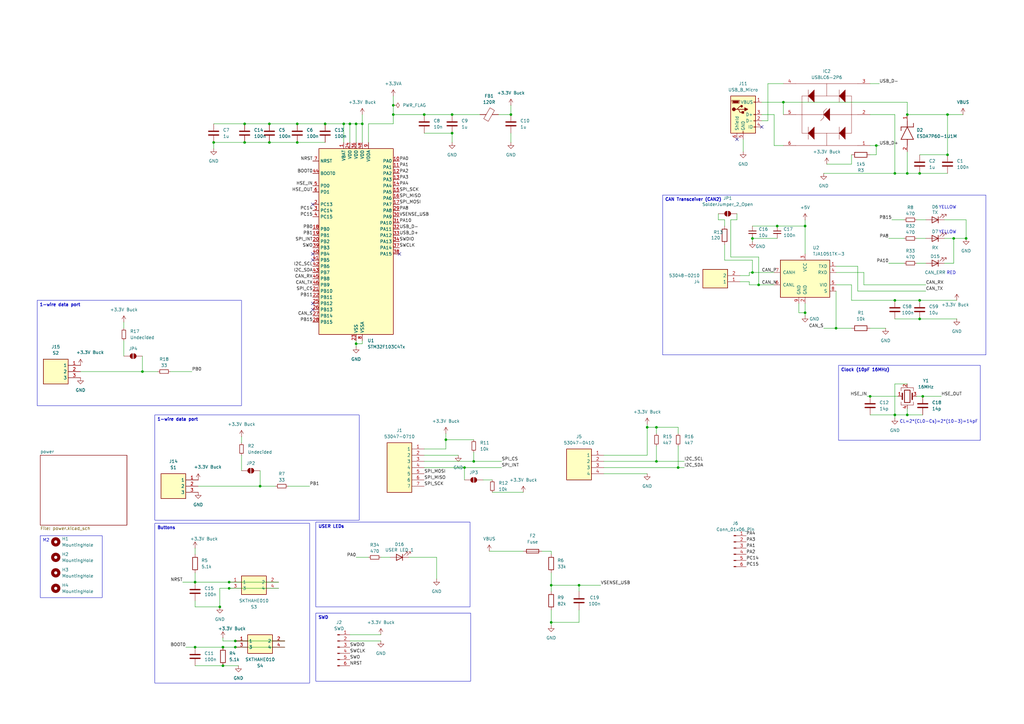
<source format=kicad_sch>
(kicad_sch (version 20250114) (generator "eeschema") (generator_version "9.0")
  (paper "A3")
  (text "RED" (at 390.144 112.014 0) (effects (font (size 1.27 1.27))))
  (text "YELLOW" (at 388.62 85.09 0) (effects (font (size 1.27 1.27))))
  (text "CL=2*(CL0-Cs)=2*(10-3)=14pF" (at 385.064 172.974 0) (effects (font (size 1.27 1.27))))
  (text "YELLOW" (at 388.62 95.25 0) (effects (font (size 1.27 1.27))))
  (text_box "CAN Transceiver (CAN2)" (at 271.78 80.01 0) (size 132.588 65.532) (margins 0.9525 0.9525 0.9525 0.9525) (effects (font (size 1.27 1.27) (thickness 0.254) (bold yes)) (justify left top)))
  (text_box "Buttons" (at 63.5 214.63 0) (size 63.5 65.532) (margins 0.9525 0.9525 0.9525 0.9525) (effects (font (size 1.27 1.27) (thickness 0.254) (bold yes)) (justify left top)))
  (text_box "USER LEDs" (at 129.54 214.122 0) (size 63.246 34.798) (margins 0.9525 0.9525 0.9525 0.9525) (effects (font (size 1.27 1.27) (thickness 0.254) (bold yes)) (justify left top)))
  (text_box "1-wire data port" (at 63.5 170.18 0) (size 83.82 43.18) (margins 0.9525 0.9525 0.9525 0.9525) (effects (font (size 1.27 1.27) (thickness 0.254) (bold yes)) (justify left top)))
  (text_box "Clock (10pF 16MHz)" (at 343.916 149.86 0) (size 58.166 30.734) (margins 0.9525 0.9525 0.9525 0.9525) (effects (font (size 1.27 1.27) (thickness 0.254) (bold yes)) (justify left top)))
  (text_box "SWD" (at 129.54 251.46 0) (size 63.5 27.94) (margins 0.9525 0.9525 0.9525 0.9525) (effects (font (size 1.27 1.27) (thickness 0.254) (bold yes)) (justify left top)))
  (text_box "1-wire data port" (at 15.24 123.19 0) (size 83.82 43.18) (margins 0.9525 0.9525 0.9525 0.9525) (effects (font (size 1.27 1.27) (thickness 0.254) (bold yes)) (justify left top)))
  (text_box "M2\n" (at 16.51 219.71 0) (size 25.4 25.4) (margins 0.9525 0.9525 0.9525 0.9525) (effects (font (size 1.27 1.27)) (justify left top)))
  (junction (at 110.49 58.42))
  (junction (at 318.77 92.71))
  (junction (at 91.44 265.43))
  (junction (at 367.03 71.12))
  (junction (at 388.62 46.99))
  (junction (at 87.63 58.42))
  (junction (at 91.44 273.05))
  (junction (at 100.33 50.8))
  (junction (at 148.59 50.8))
  (junction (at 182.88 180.34))
  (junction (at 308.61 97.79))
  (junction (at 143.51 50.8))
  (junction (at 185.42 46.99))
  (junction (at 372.11 170.18))
  (junction (at 396.24 97.79))
  (junction (at 173.99 46.99))
  (junction (at 110.49 50.8))
  (junction (at 80.01 238.76))
  (junction (at 388.62 63.5))
  (junction (at 269.24 189.23))
  (junction (at 378.46 162.56))
  (junction (at 356.87 162.56))
  (junction (at 194.31 189.23))
  (junction (at 226.06 255.27))
  (junction (at 106.68 199.39))
  (junction (at 330.2 92.71))
  (junction (at 80.01 265.43))
  (junction (at 93.98 241.3))
  (junction (at 185.42 54.61))
  (junction (at 367.03 170.18))
  (junction (at 342.9 134.62))
  (junction (at 330.2 128.27))
  (junction (at 372.11 71.12))
  (junction (at 367.03 123.19))
  (junction (at 58.42 152.4))
  (junction (at 93.98 238.76))
  (junction (at 377.19 130.81))
  (junction (at 359.41 59.69))
  (junction (at 121.92 58.42))
  (junction (at 190.5 191.77))
  (junction (at 146.05 140.97))
  (junction (at 161.29 46.99))
  (junction (at 311.15 116.84))
  (junction (at 372.11 46.99))
  (junction (at 278.13 191.77))
  (junction (at 209.55 46.99))
  (junction (at 146.05 50.8))
  (junction (at 100.33 58.42))
  (junction (at 377.19 71.12))
  (junction (at 96.52 262.89))
  (junction (at 96.52 265.43))
  (junction (at 161.29 43.18))
  (junction (at 269.24 175.26))
  (junction (at 140.97 50.8))
  (junction (at 237.49 240.03))
  (junction (at 308.61 111.76))
  (junction (at 377.19 123.19))
  (junction (at 226.06 240.03))
  (junction (at 391.16 97.79))
  (junction (at 90.17 248.92))
  (junction (at 321.31 41.91))
  (junction (at 133.35 50.8))
  (junction (at 265.43 175.26))
  (junction (at 121.92 50.8))
  (no_connect (at 128.27 106.68))
  (no_connect (at 312.42 52.07))
  (no_connect (at 128.27 127))
  (no_connect (at 163.83 104.14))
  (no_connect (at 128.27 124.46))
  (no_connect (at 302.26 57.15))
  (no_connect (at 128.27 104.14))
  (no_connect (at 128.27 83.82))
  (wire (pts (xy 146.05 140.97) (xy 146.05 142.24)))
  (wire (pts (xy 317.5 59.69) (xy 317.5 46.99)))
  (wire (pts (xy 114.3 241.3) (xy 93.98 241.3)))
  (wire (pts (xy 342.9 116.84) (xy 349.25 116.84)))
  (wire (pts (xy 367.03 71.12) (xy 367.03 46.99)))
  (wire (pts (xy 360.68 59.69) (xy 359.41 59.69)))
  (wire (pts (xy 299.72 90.17) (xy 299.72 105.41)))
  (wire (pts (xy 354.33 116.84) (xy 379.73 116.84)))
  (wire (pts (xy 280.67 191.77) (xy 278.13 191.77)))
  (wire (pts (xy 190.5 191.77) (xy 173.99 191.77)))
  (wire (pts (xy 278.13 177.8) (xy 278.13 175.26)))
  (wire (pts (xy 302.26 90.17) (xy 302.26 87.63)))
  (wire (pts (xy 359.41 63.5) (xy 356.87 63.5)))
  (wire (pts (xy 146.05 58.42) (xy 146.05 50.8)))
  (wire (pts (xy 317.5 46.99) (xy 312.42 46.99)))
  (wire (pts (xy 200.66 226.06) (xy 214.63 226.06)))
  (wire (pts (xy 161.29 39.37) (xy 161.29 43.18)))
  (wire (pts (xy 269.24 189.23) (xy 247.65 189.23)))
  (wire (pts (xy 99.06 179.07) (xy 99.06 181.61)))
  (wire (pts (xy 110.49 58.42) (xy 100.33 58.42)))
  (wire (pts (xy 327.66 128.27) (xy 330.2 128.27)))
  (wire (pts (xy 80.01 234.95) (xy 80.01 238.76)))
  (wire (pts (xy 342.9 111.76) (xy 354.33 111.76)))
  (wire (pts (xy 173.99 54.61) (xy 185.42 54.61)))
  (wire (pts (xy 161.29 50.8) (xy 161.29 46.99)))
  (wire (pts (xy 364.49 107.95) (xy 370.84 107.95)))
  (wire (pts (xy 372.11 41.91) (xy 372.11 46.99)))
  (wire (pts (xy 156.21 260.35) (xy 143.51 260.35)))
  (wire (pts (xy 269.24 175.26) (xy 265.43 175.26)))
  (wire (pts (xy 367.03 171.45) (xy 367.03 170.18)))
  (wire (pts (xy 237.49 240.03) (xy 237.49 242.57)))
  (wire (pts (xy 280.67 189.23) (xy 269.24 189.23)))
  (wire (pts (xy 388.62 46.99) (xy 372.11 46.99)))
  (wire (pts (xy 226.06 240.03) (xy 226.06 242.57)))
  (wire (pts (xy 80.01 248.92) (xy 90.17 248.92)))
  (wire (pts (xy 173.99 189.23) (xy 194.31 189.23)))
  (wire (pts (xy 312.42 49.53) (xy 314.96 49.53)))
  (wire (pts (xy 365.76 90.17) (xy 370.84 90.17)))
  (wire (pts (xy 76.2 265.43) (xy 80.01 265.43)))
  (wire (pts (xy 342.9 134.62) (xy 342.9 119.38)))
  (wire (pts (xy 80.01 238.76) (xy 93.98 238.76)))
  (wire (pts (xy 121.92 58.42) (xy 110.49 58.42)))
  (wire (pts (xy 269.24 182.88) (xy 269.24 189.23)))
  (wire (pts (xy 311.15 105.41) (xy 311.15 116.84)))
  (wire (pts (xy 237.49 240.03) (xy 226.06 240.03)))
  (wire (pts (xy 318.77 92.71) (xy 330.2 92.71)))
  (wire (pts (xy 237.49 255.27) (xy 226.06 255.27)))
  (wire (pts (xy 377.19 123.19) (xy 367.03 123.19)))
  (wire (pts (xy 307.34 116.84) (xy 307.34 115.57)))
  (wire (pts (xy 106.68 199.39) (xy 106.68 193.04)))
  (wire (pts (xy 330.2 90.17) (xy 330.2 92.71)))
  (wire (pts (xy 367.03 157.48) (xy 367.03 170.18)))
  (wire (pts (xy 391.16 97.79) (xy 396.24 97.79)))
  (wire (pts (xy 359.41 59.69) (xy 356.87 59.69)))
  (wire (pts (xy 78.74 152.4) (xy 69.85 152.4)))
  (wire (pts (xy 90.17 241.3) (xy 90.17 248.92)))
  (wire (pts (xy 173.99 184.15) (xy 182.88 184.15)))
  (wire (pts (xy 339.09 67.31) (xy 349.25 67.31)))
  (wire (pts (xy 265.43 186.69) (xy 247.65 186.69)))
  (wire (pts (xy 321.31 41.91) (xy 372.11 41.91)))
  (wire (pts (xy 367.03 71.12) (xy 337.82 71.12)))
  (wire (pts (xy 265.43 173.99) (xy 265.43 175.26)))
  (wire (pts (xy 307.34 111.76) (xy 307.34 113.03)))
  (wire (pts (xy 308.61 111.76) (xy 317.5 111.76)))
  (wire (pts (xy 226.06 250.19) (xy 226.06 255.27)))
  (wire (pts (xy 91.44 265.43) (xy 96.52 265.43)))
  (wire (pts (xy 307.34 111.76) (xy 308.61 111.76)))
  (wire (pts (xy 314.96 34.29) (xy 321.31 34.29)))
  (wire (pts (xy 351.79 119.38) (xy 351.79 109.22)))
  (wire (pts (xy 194.31 180.34) (xy 182.88 180.34)))
  (wire (pts (xy 196.85 46.99) (xy 185.42 46.99)))
  (wire (pts (xy 372.11 71.12) (xy 367.03 71.12)))
  (wire (pts (xy 354.33 116.84) (xy 354.33 111.76)))
  (wire (pts (xy 278.13 182.88) (xy 278.13 191.77)))
  (wire (pts (xy 321.31 59.69) (xy 317.5 59.69)))
  (wire (pts (xy 307.34 113.03) (xy 303.53 113.03)))
  (wire (pts (xy 110.49 50.8) (xy 100.33 50.8)))
  (wire (pts (xy 87.63 58.42) (xy 87.63 60.96)))
  (wire (pts (xy 349.25 123.19) (xy 367.03 123.19)))
  (wire (pts (xy 337.82 134.62) (xy 342.9 134.62)))
  (wire (pts (xy 359.41 59.69) (xy 359.41 63.5)))
  (wire (pts (xy 297.18 106.68) (xy 308.61 106.68)))
  (wire (pts (xy 140.97 58.42) (xy 140.97 50.8)))
  (wire (pts (xy 297.18 100.33) (xy 297.18 106.68)))
  (wire (pts (xy 394.97 46.99) (xy 388.62 46.99)))
  (wire (pts (xy 269.24 177.8) (xy 269.24 175.26)))
  (wire (pts (xy 364.49 97.79) (xy 370.84 97.79)))
  (wire (pts (xy 140.97 50.8) (xy 133.35 50.8)))
  (wire (pts (xy 209.55 43.18) (xy 209.55 46.99)))
  (wire (pts (xy 90.17 241.3) (xy 93.98 241.3)))
  (wire (pts (xy 80.01 265.43) (xy 91.44 265.43)))
  (wire (pts (xy 375.92 107.95) (xy 379.73 107.95)))
  (wire (pts (xy 148.59 46.99) (xy 148.59 50.8)))
  (wire (pts (xy 308.61 97.79) (xy 318.77 97.79)))
  (wire (pts (xy 179.07 228.6) (xy 179.07 237.49)))
  (wire (pts (xy 304.8 57.15) (xy 304.8 62.23)))
  (wire (pts (xy 151.13 58.42) (xy 151.13 50.8)))
  (wire (pts (xy 198.12 196.85) (xy 201.93 196.85)))
  (wire (pts (xy 194.31 189.23) (xy 205.74 189.23)))
  (wire (pts (xy 33.02 152.4) (xy 58.42 152.4)))
  (wire (pts (xy 351.79 109.22) (xy 342.9 109.22)))
  (wire (pts (xy 387.35 90.17) (xy 396.24 90.17)))
  (wire (pts (xy 100.33 58.42) (xy 87.63 58.42)))
  (wire (pts (xy 312.42 41.91) (xy 321.31 41.91)))
  (wire (pts (xy 173.99 46.99) (xy 161.29 46.99)))
  (wire (pts (xy 205.74 191.77) (xy 190.5 191.77)))
  (wire (pts (xy 74.93 238.76) (xy 80.01 238.76)))
  (wire (pts (xy 307.34 115.57) (xy 303.53 115.57)))
  (wire (pts (xy 308.61 97.79) (xy 308.61 99.06)))
  (wire (pts (xy 311.15 116.84) (xy 317.5 116.84)))
  (wire (pts (xy 392.43 123.19) (xy 377.19 123.19)))
  (wire (pts (xy 148.59 50.8) (xy 148.59 58.42)))
  (wire (pts (xy 308.61 106.68) (xy 308.61 111.76)))
  (wire (pts (xy 133.35 50.8) (xy 121.92 50.8)))
  (wire (pts (xy 143.51 50.8) (xy 140.97 50.8)))
  (wire (pts (xy 50.8 132.08) (xy 50.8 134.62)))
  (wire (pts (xy 372.11 62.23) (xy 372.11 71.12)))
  (wire (pts (xy 97.79 273.05) (xy 91.44 273.05)))
  (wire (pts (xy 356.87 162.56) (xy 368.3 162.56)))
  (wire (pts (xy 392.43 130.81) (xy 377.19 130.81)))
  (wire (pts (xy 133.35 58.42) (xy 121.92 58.42)))
  (wire (pts (xy 377.19 130.81) (xy 367.03 130.81)))
  (wire (pts (xy 387.35 97.79) (xy 391.16 97.79)))
  (wire (pts (xy 237.49 250.19) (xy 237.49 255.27)))
  (wire (pts (xy 349.25 134.62) (xy 342.9 134.62)))
  (wire (pts (xy 185.42 46.99) (xy 173.99 46.99)))
  (wire (pts (xy 167.64 228.6) (xy 179.07 228.6)))
  (wire (pts (xy 307.34 116.84) (xy 311.15 116.84)))
  (wire (pts (xy 379.73 90.17) (xy 375.92 90.17)))
  (wire (pts (xy 121.92 50.8) (xy 110.49 50.8)))
  (wire (pts (xy 96.52 265.43) (xy 116.84 265.43)))
  (wire (pts (xy 201.93 201.93) (xy 214.63 201.93)))
  (wire (pts (xy 194.31 185.42) (xy 194.31 189.23)))
  (wire (pts (xy 246.38 240.03) (xy 237.49 240.03)))
  (wire (pts (xy 80.01 246.38) (xy 80.01 248.92)))
  (wire (pts (xy 351.79 119.38) (xy 379.73 119.38)))
  (wire (pts (xy 278.13 191.77) (xy 247.65 191.77)))
  (wire (pts (xy 372.11 170.18) (xy 372.11 167.64)))
  (wire (pts (xy 116.84 262.89) (xy 96.52 262.89)))
  (wire (pts (xy 388.62 71.12) (xy 377.19 71.12)))
  (wire (pts (xy 294.64 90.17) (xy 294.64 87.63)))
  (wire (pts (xy 190.5 191.77) (xy 190.5 196.85)))
  (wire (pts (xy 226.06 234.95) (xy 226.06 240.03)))
  (wire (pts (xy 182.88 180.34) (xy 182.88 177.8)))
  (wire (pts (xy 91.44 261.62) (xy 91.44 262.89)))
  (wire (pts (xy 100.33 50.8) (xy 87.63 50.8)))
  (wire (pts (xy 375.92 97.79) (xy 379.73 97.79)))
  (wire (pts (xy 113.03 199.39) (xy 106.68 199.39)))
  (wire (pts (xy 99.06 186.69) (xy 99.06 193.04)))
  (wire (pts (xy 50.8 139.7) (xy 50.8 146.05)))
  (wire (pts (xy 367.03 170.18) (xy 372.11 170.18)))
  (wire (pts (xy 58.42 152.4) (xy 58.42 146.05)))
  (wire (pts (xy 143.51 58.42) (xy 143.51 50.8)))
  (wire (pts (xy 299.72 105.41) (xy 311.15 105.41)))
  (wire (pts (xy 148.59 140.97) (xy 146.05 140.97)))
  (wire (pts (xy 278.13 175.26) (xy 269.24 175.26)))
  (wire (pts (xy 367.03 46.99) (xy 356.87 46.99)))
  (wire (pts (xy 91.44 262.89) (xy 96.52 262.89)))
  (wire (pts (xy 330.2 92.71) (xy 330.2 104.14)))
  (wire (pts (xy 349.25 116.84) (xy 349.25 123.19)))
  (wire (pts (xy 355.6 162.56) (xy 356.87 162.56)))
  (wire (pts (xy 378.46 170.18) (xy 372.11 170.18)))
  (wire (pts (xy 64.77 152.4) (xy 58.42 152.4)))
  (wire (pts (xy 372.11 157.48) (xy 367.03 157.48)))
  (wire (pts (xy 226.06 255.27) (xy 226.06 256.54)))
  (wire (pts (xy 80.01 224.79) (xy 80.01 227.33)))
  (wire (pts (xy 156.21 262.89) (xy 143.51 262.89)))
  (wire (pts (xy 114.3 238.76) (xy 93.98 238.76)))
  (wire (pts (xy 327.66 124.46) (xy 327.66 128.27)))
  (wire (pts (xy 377.19 71.12) (xy 372.11 71.12)))
  (wire (pts (xy 209.55 54.61) (xy 209.55 58.42)))
  (wire (pts (xy 321.31 41.91) (xy 321.31 46.99)))
  (wire (pts (xy 363.22 134.62) (xy 356.87 134.62)))
  (wire (pts (xy 265.43 194.31) (xy 247.65 194.31)))
  (wire (pts (xy 388.62 63.5) (xy 377.19 63.5)))
  (wire (pts (xy 387.35 107.95) (xy 391.16 107.95)))
  (wire (pts (xy 148.59 50.8) (xy 146.05 50.8)))
  (wire (pts (xy 146.05 139.7) (xy 146.05 140.97)))
  (wire (pts (xy 297.18 90.17) (xy 297.18 92.71)))
  (wire (pts (xy 81.28 199.39) (xy 106.68 199.39)))
  (wire (pts (xy 297.18 90.17) (xy 294.64 90.17)))
  (wire (pts (xy 91.44 273.05) (xy 80.01 273.05)))
  (wire (pts (xy 330.2 128.27) (xy 330.2 129.54)))
  (wire (pts (xy 173.99 186.69) (xy 187.96 186.69)))
  (wire (pts (xy 148.59 139.7) (xy 148.59 140.97)))
  (wire (pts (xy 182.88 184.15) (xy 182.88 180.34)))
  (wire (pts (xy 386.08 162.56) (xy 378.46 162.56)))
  (wire (pts (xy 391.16 107.95) (xy 391.16 97.79)))
  (wire (pts (xy 146.05 228.6) (xy 151.13 228.6)))
  (wire (pts (xy 185.42 58.42) (xy 185.42 54.61)))
  (wire (pts (xy 349.25 67.31) (xy 349.25 63.5)))
  (wire (pts (xy 356.87 170.18) (xy 367.03 170.18)))
  (wire (pts (xy 330.2 124.46) (xy 330.2 128.27)))
  (wire (pts (xy 360.68 34.29) (xy 356.87 34.29)))
  (wire (pts (xy 308.61 92.71) (xy 318.77 92.71)))
  (wire (pts (xy 314.96 34.29) (xy 314.96 49.53)))
  (wire (pts (xy 161.29 43.18) (xy 161.29 46.99)))
  (wire (pts (xy 156.21 228.6) (xy 160.02 228.6)))
  (wire (pts (xy 396.24 90.17) (xy 396.24 97.79)))
  (wire (pts (xy 151.13 50.8) (xy 161.29 50.8)))
  (wire (pts (xy 299.72 90.17) (xy 302.26 90.17)))
  (wire (pts (xy 146.05 50.8) (xy 143.51 50.8)))
  (wire (pts (xy 265.43 175.26) (xy 265.43 186.69)))
  (wire (pts (xy 388.62 63.5) (xy 388.62 46.99)))
  (wire (pts (xy 209.55 46.99) (xy 204.47 46.99)))
  (wire (pts (xy 226.06 226.06) (xy 222.25 226.06)))
  (wire (pts (xy 226.06 226.06) (xy 226.06 227.33)))
  (wire (pts (xy 378.46 162.56) (xy 375.92 162.56)))
  (wire (pts (xy 127 199.39) (xy 118.11 199.39)))
  (label "SPI_MISO" (at 173.99 196.85 0))
  (label "VSENSE_USB" (at 163.83 88.9 0) (effects (font (thickness 0.1588))))
  (label "SPI_CS" (at 128.27 119.38 180))
  (label "HSE_IN" (at 128.27 76.2 180))
  (label "PA8" (at 163.83 86.36 0))
  (label "PA3" (at 306.07 222.25 0))
  (label "CAN_TX" (at 128.27 116.84 180))
  (label "HSE_OUT" (at 128.27 78.74 180))
  (label "BOOT0" (at 76.2 265.43 180))
  (label "PA2" (at 306.07 227.33 0))
  (label "PB0" (at 78.74 152.4 0))
  (label "PA10" (at 163.83 91.44 0))
  (label "CAN_RX" (at 128.27 114.3 180))
  (label "I2C_SCL" (at 128.27 109.22 180))
  (label "VSENSE_USB" (at 246.38 240.03 0) (effects (font (thickness 0.1588))))
  (label "PA8" (at 364.49 97.79 180))
  (label "USB_D-" (at 163.83 93.98 0))
  (label "PC15" (at 128.27 88.9 180))
  (label "BOOT0" (at 128.27 71.12 180))
  (label "SPI_INT" (at 205.74 191.77 0))
  (label "CAN_S" (at 337.82 134.62 180))
  (label "PA4" (at 306.07 219.71 0))
  (label "PB11" (at 128.27 121.92 180))
  (label "PB1" (at 128.27 96.52 180))
  (label "SPI_SCK" (at 163.83 78.74 0))
  (label "I2C_SDA" (at 280.67 191.77 0))
  (label "CAN_P" (at 312.42 111.76 0))
  (label "PA0" (at 146.05 228.6 180))
  (label "SWO" (at 128.27 101.6 180))
  (label "SPI_MOSI" (at 163.83 83.82 0))
  (label "HSE_OUT" (at 386.08 162.56 0))
  (label "SWO" (at 143.51 270.51 0))
  (label "SPI_MISO" (at 163.83 81.28 0))
  (label "USB_D+" (at 360.68 59.69 0))
  (label "I2C_SDA" (at 128.27 111.76 180))
  (label "USB_D+" (at 163.83 96.52 0))
  (label "SPI_MOSI" (at 173.99 194.31 0))
  (label "NRST" (at 143.51 273.05 0))
  (label "PC14" (at 128.27 86.36 180))
  (label "PC14" (at 306.07 229.87 0))
  (label "CAN_RX" (at 379.73 116.84 0))
  (label "SWDIO" (at 143.51 265.43 0))
  (label "NRST" (at 74.93 238.76 180) (effects (font (thickness 0.1588))))
  (label "USB_D-" (at 360.68 34.29 0))
  (label "SWDIO" (at 163.83 99.06 0))
  (label "CAN_N" (at 312.42 116.84 0))
  (label "PA1" (at 163.83 68.58 0))
  (label "NRST" (at 128.27 66.04 180))
  (label "PA0" (at 163.83 66.04 0))
  (label "SPI_CS" (at 205.74 189.23 0))
  (label "HSE_IN" (at 355.6 162.56 180))
  (label "CAN_TX" (at 379.73 119.38 0))
  (label "SPI_SCK" (at 173.99 199.39 0))
  (label "PA4" (at 163.83 76.2 0))
  (label "PB0" (at 128.27 93.98 180))
  (label "PC15" (at 306.07 232.41 0))
  (label "CAN_S" (at 128.27 129.54 180))
  (label "PB15" (at 128.27 132.08 180))
  (label "PA1" (at 306.07 224.79 0))
  (label "PB15" (at 365.76 90.17 180))
  (label "SWCLK" (at 163.83 101.6 0))
  (label "I2C_SCL" (at 280.67 189.23 0))
  (label "PA3" (at 163.83 73.66 0))
  (label "SPI_INT" (at 128.27 99.06 180))
  (label "PA2" (at 163.83 71.12 0))
  (label "PA10" (at 364.49 107.95 180))
  (label "SWCLK" (at 143.51 267.97 0))
  (label "PB1" (at 127 199.39 0))
  (symbol (lib_id "Device:FerriteBead") (at 200.66 46.99 90) (unit 1)
    (property "Reference" "FB1" (at 200.6092 39.37 90))
    (property "Value" "120R" (at 200.6092 41.91 90))
    (property "Footprint" "Inductor_SMD:L_0805_2012Metric_Pad1.05x1.20mm_HandSolder" (effects (hide yes)))
    (property "Description" "Ferrite bead" (effects (hide yes)))
  )
  (symbol (lib_id "power:GND") (at 337.82 71.12 0) (unit 1)
    (property "Reference" "#PWR015" (effects (hide yes)))
    (property "Value" "GND" (at 337.82 76.2 0))
    (property "Description" "Power symbol creates a global label with name \"GND\" , ground" (effects (hide yes)))
  )
  (symbol (lib_id "Interface_CAN_LIN:TJA1051TK-3") (at 330.2 114.3 0) (mirror y) (unit 1)
    (property "Reference" "U2" (at 333.3181 101.6 0) (effects (justify right)))
    (property "Value" "TJA1051TK-3" (at 333.3181 104.14 0) (effects (justify right)))
    (property "Footprint" "Package_DFN_QFN:DFN-8-1EP_3x3mm_P0.65mm_EP1.55x2.4mm" (effects (hide yes)))
    (property "Datasheet" "http://www.nxp.com/docs/en/data-sheet/TJA1051.pdf" (effects (hide yes)))
    (property "Description" "High-Speed CAN Transceiver, separate VIO, silent mode, DFN-8" (effects (hide yes)))
  )
  (symbol (lib_id "Device:C") (at 173.99 50.8 0) (unit 1)
    (property "Reference" "C8" (at 177.8 49.5299 0) (effects (justify left)))
    (property "Value" "10n" (at 177.8 52.0699 0) (effects (justify left)))
    (property "Footprint" "Capacitor_SMD:C_0603_1608Metric_Pad1.08x0.95mm_HandSolder" (effects (hide yes)))
    (property "Description" "Unpolarized capacitor" (effects (hide yes)))
  )
  (symbol (lib_id "Device:C_Small") (at 308.61 95.25 0) (unit 1)
    (property "Reference" "C16" (at 311.15 93.98 0) (effects (justify left)))
    (property "Value" "10u" (at 311.15 96.5262 0) (effects (justify left)))
    (property "Footprint" "Capacitor_SMD:C_0805_2012Metric_Pad1.18x1.45mm_HandSolder" (effects (hide yes)))
    (property "Description" "Unpolarized capacitor, small symbol" (effects (hide yes)))
  )
  (symbol (lib_id "SamacSys_Parts:53047-0710") (at 173.99 199.39 180) (unit 1)
    (property "Reference" "J1" (at 163.83 176.53 0))
    (property "Value" "53047-0710" (at 163.83 179.07 0))
    (property "Footprint" "SamacSys_Parts:530470710" (effects (hide yes)))
    (property "Datasheet" "https://componentsearchengine.com/Datasheets/2/53047-0710.pdf" (effects (hide yes)))
    (property "Description" "Headers & Wire Housings VERTICAL HDR 7P" (effects (hide yes)))
    (property "Height" "4.4" (effects (hide yes)))
    (property "Mouser Part Number" "538-53047-0710" (effects (hide yes)))
    (property "Mouser Price/Stock" "https://www.mouser.co.uk/ProductDetail/Molex/53047-0710?qs=359VwiUTsp369M2ojInejw%3D%3D" (effects (hide yes)))
    (property "Manufacturer_Name" "Molex" (effects (hide yes)))
    (property "Manufacturer_Part_Number" "53047-0710" (effects (hide yes)))
  )
  (symbol (lib_id "Device:R") (at 80.01 231.14 180) (unit 1)
    (property "Reference" "R5" (at 82.55 229.8699 0) (effects (justify right)))
    (property "Value" "5.1k" (at 82.55 232.4099 0) (effects (justify right)))
    (property "Footprint" "Resistor_SMD:R_0603_1608Metric_Pad0.98x0.95mm_HandSolder" (effects (hide yes)))
    (property "Description" "Resistor" (effects (hide yes)))
  )
  (symbol (lib_id "power:GND") (at 156.21 262.89 0) (unit 1)
    (property "Reference" "#PWR022" (effects (hide yes)))
    (property "Value" "GND" (at 156.21 267.97 0))
    (property "Description" "Power symbol creates a global label with name \"GND\" , ground" (effects (hide yes)))
  )
  (symbol (lib_id "SamacSys_Parts:SKTHAHE010") (at 96.52 265.43 0) (mirror x) (unit 1)
    (property "Reference" "S4" (at 106.68 273.05 0))
    (property "Value" "SKTHAHE010" (at 106.68 270.51 0))
    (property "Footprint" "SamacSys_Parts:SKTHAHE010" (effects (hide yes)))
    (property "Datasheet" "https://tech.alpsalpine.com/e/products/detail/SKTHAHE010/" (effects (hide yes)))
    (property "Description" "Tactile Switches H 1.8mm, 3.0N" (effects (hide yes)))
    (property "Height" "2" (effects (hide yes)))
    (property "Mouser Part Number" "688-SKTHAHE010" (effects (hide yes)))
    (property "Mouser Price/Stock" "https://www.mouser.co.uk/ProductDetail/Alps-Alpine/SKTHAHE010?qs=T3oQrply3y8NYoSxPHM%252Buw%3D%3D" (effects (hide yes)))
    (property "Manufacturer_Name" "ALPS Electric" (effects (hide yes)))
    (property "Manufacturer_Part_Number" "SKTHAHE010" (effects (hide yes)))
  )
  (symbol (lib_id "power:+3.3V") (at 392.43 123.19 0) (unit 1)
    (property "Reference" "#PWR037" (effects (hide yes)))
    (property "Value" "+3.3V Buck" (at 386.08 124.968 0) (effects (justify left)))
    (property "Description" "Power symbol creates a global label with name \"+3.3V\"" (effects (hide yes)))
  )
  (symbol (lib_id "power:+3.3V") (at 339.09 67.31 0) (unit 1)
    (property "Reference" "#PWR016" (effects (hide yes)))
    (property "Value" "+3.3V Buck" (at 339.09 62.23 0))
    (property "Description" "Power symbol creates a global label with name \"+3.3V\"" (effects (hide yes)))
  )
  (symbol (lib_id "Device:R") (at 297.18 96.52 0) (unit 1)
    (property "Reference" "R13" (at 292.608 95.25 0) (effects (justify left)))
    (property "Value" "120" (at 291.592 97.536 0) (effects (justify left)))
    (property "Footprint" "Resistor_SMD:R_0603_1608Metric_Pad0.98x0.95mm_HandSolder" (effects (hide yes)))
    (property "Description" "Resistor" (effects (hide yes)))
  )
  (symbol (lib_id "power:+3.3V") (at 33.02 149.86 0) (unit 1)
    (property "Reference" "#PWR043" (effects (hide yes)))
    (property "Value" "+3.3V Buck" (at 31.242 144.526 0) (effects (justify left)))
    (property "Description" "Power symbol creates a global label with name \"+3.3V\"" (effects (hide yes)))
  )
  (symbol (lib_id "SamacSys_Parts:SKTHAHE010") (at 93.98 241.3 0) (mirror x) (unit 1)
    (property "Reference" "S3" (at 104.14 248.92 0))
    (property "Value" "SKTHAHE010" (at 104.14 246.38 0))
    (property "Footprint" "SamacSys_Parts:SKTHAHE010" (effects (hide yes)))
    (property "Datasheet" "https://tech.alpsalpine.com/e/products/detail/SKTHAHE010/" (effects (hide yes)))
    (property "Description" "Tactile Switches H 1.8mm, 3.0N" (effects (hide yes)))
    (property "Height" "2" (effects (hide yes)))
    (property "Mouser Part Number" "688-SKTHAHE010" (effects (hide yes)))
    (property "Mouser Price/Stock" "https://www.mouser.co.uk/ProductDetail/Alps-Alpine/SKTHAHE010?qs=T3oQrply3y8NYoSxPHM%252Buw%3D%3D" (effects (hide yes)))
    (property "Manufacturer_Name" "ALPS Electric" (effects (hide yes)))
    (property "Manufacturer_Part_Number" "SKTHAHE010" (effects (hide yes)))
  )
  (symbol (lib_id "power:PWR_FLAG") (at 161.29 43.18 270) (unit 1)
    (property "Reference" "#FLG02" (effects (hide yes)))
    (property "Value" "PWR_FLAG" (at 165.1 43.1799 90) (effects (justify left)))
    (property "Description" "Special symbol for telling ERC where power comes from" (effects (hide yes)))
  )
  (symbol (lib_id "power:+3.3V") (at 91.44 261.62 0) (unit 1)
    (property "Reference" "#PWR020" (effects (hide yes)))
    (property "Value" "+3.3V Buck" (at 89.408 257.81 0) (effects (justify left)))
    (property "Description" "Power symbol creates a global label with name \"+3.3V\"" (effects (hide yes)))
  )
  (symbol (lib_id "Connector:Conn_01x06_Pin") (at 138.43 265.43 0) (unit 1)
    (property "Reference" "J2" (at 139.065 255.27 0))
    (property "Value" "SWD" (at 139.065 257.81 0))
    (property "Footprint" "Connector_PinHeader_2.00mm:PinHeader_1x06_P2.00mm_Vertical" (effects (hide yes)))
    (property "Description" "Generic connector, single row, 01x06, script generated" (effects (hide yes)))
  )
  (symbol (lib_id "Device:R_Small") (at 201.93 199.39 180) (unit 1)
    (property "Reference" "R12" (at 204.47 198.1199 0) (effects (justify right)))
    (property "Value" "10k" (at 204.47 200.6599 0) (effects (justify right)))
    (property "Footprint" "Resistor_SMD:R_0603_1608Metric_Pad0.98x0.95mm_HandSolder" (effects (hide yes)))
    (property "Description" "Resistor, small symbol" (effects (hide yes)))
  )
  (symbol (lib_id "power:GND") (at 187.96 186.69 0) (unit 1)
    (property "Reference" "#PWR03" (effects (hide yes)))
    (property "Value" "GND" (at 187.96 191.77 0))
    (property "Description" "Power symbol creates a global label with name \"GND\" , ground" (effects (hide yes)))
  )
  (symbol (lib_id "power:GND") (at 87.63 60.96 0) (unit 1)
    (property "Reference" "#PWR08" (effects (hide yes)))
    (property "Value" "GND" (at 87.63 66.04 0))
    (property "Description" "Power symbol creates a global label with name \"GND\" , ground" (effects (hide yes)))
  )
  (symbol (lib_id "Device:LED") (at 163.83 228.6 180) (unit 1)
    (property "Reference" "D16" (at 163.83 223.266 0))
    (property "Value" "USER LED 1" (at 163.83 225.552 0))
    (property "Footprint" "LED_SMD:LED_0805_2012Metric_Pad1.15x1.40mm_HandSolder" (effects (hide yes)))
    (property "Description" "Light emitting diode" (effects (hide yes)))
    (property "Sim.Pins" "1=K 2=A" (effects (hide yes)))
  )
  (symbol (lib_id "Mechanical:MountingHole") (at 22.86 241.3 0) (unit 1) (exclude_from_sim yes) (in_bom no)
    (property "Reference" "H4" (at 25.4 240.0299 0) (effects (justify left)))
    (property "Value" "MountingHole" (at 25.4 242.5699 0) (effects (justify left)))
    (property "Footprint" "MountingHole:MountingHole_2.2mm_M2" (effects (hide yes)))
    (property "Description" "Mounting Hole without connection" (effects (hide yes)))
  )
  (symbol (lib_id "Device:C") (at 367.03 127 180) (unit 1)
    (property "Reference" "C58" (at 370.078 125.73 0) (effects (justify right)))
    (property "Value" "100n" (at 369.824 128.27 0) (effects (justify right)))
    (property "Footprint" "Capacitor_SMD:C_0603_1608Metric_Pad1.08x0.95mm_HandSolder" (effects (hide yes)))
    (property "Description" "Unpolarized capacitor" (effects (hide yes)))
  )
  (symbol (lib_id "Device:C") (at 87.63 54.61 0) (unit 1)
    (property "Reference" "C7" (at 91.44 53.3399 0) (effects (justify left)))
    (property "Value" "1u" (at 91.44 55.8799 0) (effects (justify left)))
    (property "Footprint" "Capacitor_SMD:C_0805_2012Metric_Pad1.18x1.45mm_HandSolder" (effects (hide yes)))
    (property "Description" "Unpolarized capacitor" (effects (hide yes)))
  )
  (symbol (lib_id "SamacSys_Parts:53047-0410") (at 247.65 194.31 180) (unit 1)
    (property "Reference" "J5" (at 237.49 179.07 0))
    (property "Value" "53047-0410" (at 237.49 181.61 0))
    (property "Footprint" "SamacSys_Parts:530470410" (effects (hide yes)))
    (property "Datasheet" "https://www.molex.com/pdm_docs/sd/530470410_sd.pdf" (effects (hide yes)))
    (property "Description" "Headers & Wire Housings VERTICAL HDR 4P" (effects (hide yes)))
    (property "Height" "4.4" (effects (hide yes)))
    (property "Mouser Part Number" "538-53047-0410" (effects (hide yes)))
    (property "Mouser Price/Stock" "https://www.mouser.co.uk/ProductDetail/Molex/53047-0410?qs=DcEdecHHM4i8IPBxVAuJtg%3D%3D" (effects (hide yes)))
    (property "Manufacturer_Name" "Molex" (effects (hide yes)))
    (property "Manufacturer_Part_Number" "53047-0410" (effects (hide yes)))
  )
  (symbol (lib_id "Device:C") (at 100.33 54.61 0) (unit 1)
    (property "Reference" "C14" (at 104.14 53.3399 0) (effects (justify left)))
    (property "Value" "100n" (at 104.14 55.8799 0) (effects (justify left)))
    (property "Footprint" "Capacitor_SMD:C_0603_1608Metric_Pad1.08x0.95mm_HandSolder" (effects (hide yes)))
    (property "Description" "Unpolarized capacitor" (effects (hide yes)))
  )
  (symbol (lib_id "Jumper:SolderJumper_2_Open") (at 54.61 146.05 0) (unit 1) (exclude_from_sim yes) (in_bom no)
    (property "Reference" "JP4" (at 54.61 143.002 0))
    (property "Value" "SolderJumper_2_Open" (effects (hide yes)))
    (property "Footprint" "Jumper:SolderJumper-2_P1.3mm_Open_RoundedPad1.0x1.5mm" (effects (hide yes)))
    (property "Description" "Solder Jumper, 2-pole, open" (effects (hide yes)))
  )
  (symbol (lib_id "Device:Fuse") (at 218.44 226.06 90) (unit 1)
    (property "Reference" "F2" (at 218.44 219.71 90))
    (property "Value" "Fuse" (at 218.44 222.25 90))
    (property "Footprint" "Fuse:Fuse_0603_1608Metric_Pad1.05x0.95mm_HandSolder" (effects (hide yes)))
    (property "Description" "Fuse" (effects (hide yes)))
  )
  (symbol (lib_id "SamacSys_Parts:53048-0210") (at 303.53 115.57 180) (unit 1)
    (property "Reference" "J4" (at 287.02 115.5701 0) (effects (justify left)))
    (property "Value" "53048-0210" (at 287.02 113.0301 0) (effects (justify left)))
    (property "Footprint" "SamacSys_Parts:SHDRRA2W35P0X125_1X2_425X550X350P" (effects (hide yes)))
    (property "Datasheet" "https://www.molex.com/pdm_docs/sd/530481010_sd.pdf" (effects (hide yes)))
    (property "Description" "2 way through board PCB 90deg header Molex PICOBLADE Series, Series Number 53048, 1.25mm Pitch 2 Way 1 Row Right Angle PCB Header, Solder Termination, 1A" (effects (hide yes)))
    (property "Height" "3.5" (effects (hide yes)))
    (property "Mouser Part Number" "538-53048-0210" (effects (hide yes)))
    (property "Mouser Price/Stock" "https://www.mouser.co.uk/ProductDetail/Molex/53048-0210?qs=o4r9IV%252BgZWMoVY43HmKPkg%3D%3D" (effects (hide yes)))
    (property "Manufacturer_Name" "Molex" (effects (hide yes)))
    (property "Manufacturer_Part_Number" "53048-0210" (effects (hide yes)))
  )
  (symbol (lib_id "power:VBUS") (at 200.66 226.06 0) (unit 1)
    (property "Reference" "#PWR023" (effects (hide yes)))
    (property "Value" "VBUS" (at 200.66 220.98 0))
    (property "Description" "Power symbol creates a global label with name \"VBUS\"" (effects (hide yes)))
  )
  (symbol (lib_id "Device:R_Small") (at 373.38 90.17 90) (unit 1)
    (property "Reference" "R8" (at 373.38 85.09 90))
    (property "Value" "470" (at 373.38 87.63 90))
    (property "Footprint" "Resistor_SMD:R_0603_1608Metric_Pad0.98x0.95mm_HandSolder" (effects (hide yes)))
    (property "Description" "Resistor, small symbol" (effects (hide yes)))
  )
  (symbol (lib_id "Device:R_Small") (at 115.57 199.39 90) (unit 1)
    (property "Reference" "R7" (at 115.57 194.31 90))
    (property "Value" "33" (at 115.57 196.85 90))
    (property "Footprint" "Resistor_SMD:R_0603_1608Metric_Pad0.98x0.95mm_HandSolder" (effects (hide yes)))
    (property "Description" "Resistor, small symbol" (effects (hide yes)))
  )
  (symbol (lib_id "power:GND") (at 308.61 99.06 0) (unit 1)
    (property "Reference" "#PWR030" (effects (hide yes)))
    (property "Value" "GND" (at 311.912 101.092 0))
    (property "Description" "Power symbol creates a global label with name \"GND\" , ground" (effects (hide yes)))
  )
  (symbol (lib_id "power:GND") (at 396.24 97.79 0) (unit 1)
    (property "Reference" "#PWR087" (effects (hide yes)))
    (property "Value" "GND" (at 396.24 102.87 0))
    (property "Description" "Power symbol creates a global label with name \"GND\" , ground" (effects (hide yes)))
  )
  (symbol (lib_id "Device:LED") (at 383.54 97.79 180) (unit 1)
    (property "Reference" "D7" (at 383.54 94.996 0))
    (property "Value" "RX" (at 383.54 101.6 0))
    (property "Footprint" "LED_SMD:LED_0805_2012Metric_Pad1.15x1.40mm_HandSolder" (effects (hide yes)))
    (property "Description" "Light emitting diode" (effects (hide yes)))
    (property "Sim.Pins" "1=K 2=A" (effects (hide yes)))
  )
  (symbol (lib_id "power:GND") (at 363.22 134.62 0) (unit 1)
    (property "Reference" "#PWR041" (effects (hide yes)))
    (property "Value" "GND" (at 363.22 139.7 0))
    (property "Description" "Power symbol creates a global label with name \"GND\" , ground" (effects (hide yes)))
  )
  (symbol (lib_id "power:+3.3V") (at 156.21 260.35 0) (unit 1)
    (property "Reference" "#PWR021" (effects (hide yes)))
    (property "Value" "+3.3V Buck" (at 156.21 255.27 0))
    (property "Description" "Power symbol creates a global label with name \"+3.3V\"" (effects (hide yes)))
  )
  (symbol (lib_id "power:+3.3V") (at 265.43 173.99 0) (unit 1)
    (property "Reference" "#PWR05" (effects (hide yes)))
    (property "Value" "+3.3V Buck" (at 265.43 168.91 0))
    (property "Description" "Power symbol creates a global label with name \"+3.3V\"" (effects (hide yes)))
  )
  (symbol (lib_id "power:GND") (at 33.02 154.94 0) (unit 1)
    (property "Reference" "#PWR044" (effects (hide yes)))
    (property "Value" "GND" (at 33.02 160.02 0))
    (property "Description" "Power symbol creates a global label with name \"GND\" , ground" (effects (hide yes)))
  )
  (symbol (lib_id "Device:C") (at 377.19 67.31 0) (unit 1)
    (property "Reference" "C2" (at 381 66.0399 0) (effects (justify left)))
    (property "Value" "1u" (at 381 68.5799 0) (effects (justify left)))
    (property "Footprint" "Capacitor_SMD:C_0805_2012Metric_Pad1.18x1.45mm_HandSolder" (effects (hide yes)))
    (property "Description" "Unpolarized capacitor" (effects (hide yes)))
  )
  (symbol (lib_id "SamacSys_Parts:53047-0310") (at 33.02 154.94 180) (unit 1)
    (property "Reference" "J15" (at 22.86 142.24 0))
    (property "Value" "S2" (at 22.86 144.78 0))
    (property "Footprint" "SamacSys_Parts:530470310" (effects (hide yes)))
    (property "Datasheet" "https://www.molex.com/pdm_docs/sd/530470310_sd.pdf" (effects (hide yes)))
    (property "Description" "Headers & Wire Housings VERTICAL HDR 3P" (effects (hide yes)))
    (property "Height" "4.4" (effects (hide yes)))
    (property "Mouser Part Number" "538-53047-0310" (effects (hide yes)))
    (property "Mouser Price/Stock" "https://www.mouser.co.uk/ProductDetail/Molex/53047-0310?qs=WvGHgJyR8NxkapfSzLYEEg%3D%3D" (effects (hide yes)))
    (property "Manufacturer_Name" "Molex" (effects (hide yes)))
    (property "Manufacturer_Part_Number" "53047-0310" (effects (hide yes)))
  )
  (symbol (lib_id "power:GND") (at 265.43 194.31 0) (unit 1)
    (property "Reference" "#PWR014" (effects (hide yes)))
    (property "Value" "GND" (at 265.43 199.39 0))
    (property "Description" "Power symbol creates a global label with name \"GND\" , ground" (effects (hide yes)))
  )
  (symbol (lib_id "Device:R_Small") (at 373.38 107.95 90) (unit 1)
    (property "Reference" "R33" (at 373.38 102.87 90))
    (property "Value" "470" (at 373.38 105.41 90))
    (property "Footprint" "Resistor_SMD:R_0603_1608Metric_Pad0.98x0.95mm_HandSolder" (effects (hide yes)))
    (property "Description" "Resistor, small symbol" (effects (hide yes)))
  )
  (symbol (lib_id "Device:R_Small") (at 67.31 152.4 90) (unit 1)
    (property "Reference" "R18" (at 67.31 147.32 90))
    (property "Value" "33" (at 67.31 149.86 90))
    (property "Footprint" "Resistor_SMD:R_0603_1608Metric_Pad0.98x0.95mm_HandSolder" (effects (hide yes)))
    (property "Description" "Resistor, small symbol" (effects (hide yes)))
  )
  (symbol (lib_id "power:GND") (at 179.07 237.49 0) (unit 1)
    (property "Reference" "#PWR088" (effects (hide yes)))
    (property "Value" "GND" (at 179.07 242.57 0))
    (property "Description" "Power symbol creates a global label with name \"GND\" , ground" (effects (hide yes)))
  )
  (symbol (lib_id "Device:Crystal_GND24") (at 372.11 162.56 0) (unit 1)
    (property "Reference" "Y1" (at 379.73 156.1398 0))
    (property "Value" "16MHz" (at 379.73 158.6798 0))
    (property "Footprint" "Crystal:Crystal_SMD_3225-4Pin_3.2x2.5mm" (effects (hide yes)))
    (property "Description" "Four pin crystal, GND on pins 2 and 4" (effects (hide yes)))
  )
  (symbol (lib_id "power:+3.3V") (at 80.01 224.79 0) (unit 1)
    (property "Reference" "#PWR019" (effects (hide yes)))
    (property "Value" "+3.3V Buck" (at 77.978 220.98 0) (effects (justify left)))
    (property "Description" "Power symbol creates a global label with name \"+3.3V\"" (effects (hide yes)))
  )
  (symbol (lib_id "SamacSys_Parts:USBLC6-2P6") (at 364.49 39.37 180) (unit 1)
    (property "Reference" "IC2" (at 339.09 29.21 0))
    (property "Value" "USBLC6-2P6" (at 339.09 31.75 0))
    (property "Footprint" "SamacSys_Parts:USBLC62P6" (effects (hide yes)))
    (property "Datasheet" "https://www.st.com/resource/en/datasheet/usblc6-2.pdf" (effects (hide yes)))
    (property "Description" "ESD Suppressors / TVS Diodes High Speed Interface Protection Low Cap" (effects (hide yes)))
    (property "Height" "0.6" (effects (hide yes)))
    (property "Mouser Part Number" "511-USBLC6-2P6" (effects (hide yes)))
    (property "Mouser Price/Stock" "https://www.mouser.co.uk/ProductDetail/STMicroelectronics/USBLC6-2P6?qs=6ARB0lp6jlViGcbUSvj1Mw%3D%3D" (effects (hide yes)))
    (property "Manufacturer_Name" "STMicroelectronics" (effects (hide yes)))
    (property "Manufacturer_Part_Number" "USBLC6-2P6" (effects (hide yes)))
  )
  (symbol (lib_id "Mechanical:MountingHole") (at 22.86 228.6 0) (unit 1) (exclude_from_sim yes) (in_bom no)
    (property "Reference" "H2" (at 25.4 227.3299 0) (effects (justify left)))
    (property "Value" "MountingHole" (at 25.4 229.8699 0) (effects (justify left)))
    (property "Footprint" "MountingHole:MountingHole_2.2mm_M2" (effects (hide yes)))
    (property "Description" "Mounting Hole without connection" (effects (hide yes)))
  )
  (symbol (lib_id "Device:C") (at 80.01 242.57 0) (unit 1)
    (property "Reference" "C15" (at 83.82 241.2999 0) (effects (justify left)))
    (property "Value" "100n" (at 83.82 243.8399 0) (effects (justify left)))
    (property "Footprint" "Capacitor_SMD:C_0603_1608Metric_Pad1.08x0.95mm_HandSolder" (effects (hide yes)))
    (property "Description" "Unpolarized capacitor" (effects (hide yes)))
  )
  (symbol (lib_id "Device:R_Small") (at 194.31 182.88 180) (unit 1)
    (property "Reference" "R11" (at 196.85 181.6099 0) (effects (justify right)))
    (property "Value" "10k" (at 196.85 184.1499 0) (effects (justify right)))
    (property "Footprint" "Resistor_SMD:R_0603_1608Metric_Pad0.98x0.95mm_HandSolder" (effects (hide yes)))
    (property "Description" "Resistor, small symbol" (effects (hide yes)))
  )
  (symbol (lib_id "power:GND") (at 185.42 58.42 0) (unit 1)
    (property "Reference" "#PWR010" (effects (hide yes)))
    (property "Value" "GND" (at 185.42 63.5 0))
    (property "Description" "Power symbol creates a global label with name \"GND\" , ground" (effects (hide yes)))
  )
  (symbol (lib_id "Device:R_Small") (at 153.67 228.6 90) (unit 1)
    (property "Reference" "R34" (at 153.67 223.52 90))
    (property "Value" "470" (at 153.67 226.06 90))
    (property "Footprint" "Resistor_SMD:R_0603_1608Metric_Pad0.98x0.95mm_HandSolder" (effects (hide yes)))
    (property "Description" "Resistor, small symbol" (effects (hide yes)))
  )
  (symbol (lib_id "power:+3.3V") (at 330.2 90.17 0) (unit 1)
    (property "Reference" "#PWR032" (effects (hide yes)))
    (property "Value" "+5V" (at 330.2 85.09 0))
    (property "Description" "Power symbol creates a global label with name \"+3.3V\"" (effects (hide yes)))
  )
  (symbol (lib_id "Device:C") (at 356.87 166.37 0) (unit 1)
    (property "Reference" "C12" (at 360.68 165.0999 0) (effects (justify left)))
    (property "Value" "14p" (at 360.68 167.6399 0) (effects (justify left)))
    (property "Footprint" "Capacitor_SMD:C_0603_1608Metric_Pad1.08x0.95mm_HandSolder" (effects (hide yes)))
    (property "Description" "Unpolarized capacitor" (effects (hide yes)))
  )
  (symbol (lib_id "Device:R") (at 226.06 231.14 0) (unit 1)
    (property "Reference" "R6" (at 228.6 229.8699 0) (effects (justify left)))
    (property "Value" "33k" (at 228.6 232.4099 0) (effects (justify left)))
    (property "Footprint" "Resistor_SMD:R_0603_1608Metric_Pad0.98x0.95mm_HandSolder" (effects (hide yes)))
    (property "Description" "Resistor" (effects (hide yes)))
  )
  (symbol (lib_id "SamacSys_Parts:ESDA7P60-1U1M") (at 372.11 46.99 270) (unit 1)
    (property "Reference" "D2" (at 375.92 53.3399 90) (effects (justify left)))
    (property "Value" "ESDA7P60-1U1M" (at 375.92 55.8799 90) (effects (justify left)))
    (property "Footprint" "SamacSys_Parts:ESDA7P601U1M" (effects (hide yes)))
    (property "Datasheet" "https://www.st.com/resource/en/datasheet/esda20p50-1u1m.pdf" (effects (hide yes)))
    (property "Description" "STMicroelectronics ESDA7P60-1U1M Uni-Directional TVS Diode, 700W peak, 2-Pin QFN1610" (effects (hide yes)))
    (property "Mouser Part Number" "511-ESDA7P60-1U1M" (effects (hide yes)))
    (property "Mouser Price/Stock" "https://www.mouser.co.uk/ProductDetail/STMicroelectronics/ESDA7P60-1U1M?qs=kWQV1gtkNnfgxoDhWqG%2FZA%3D%3D" (effects (hide yes)))
    (property "Manufacturer_Name" "STMicroelectronics" (effects (hide yes)))
    (property "Manufacturer_Part_Number" "ESDA7P60-1U1M" (effects (hide yes)))
  )
  (symbol (lib_id "Device:R_Small") (at 99.06 184.15 0) (unit 1)
    (property "Reference" "R2" (at 101.6 182.8799 0) (effects (justify left)))
    (property "Value" "Undecided" (at 101.6 185.4199 0) (effects (justify left)))
    (property "Footprint" "Resistor_SMD:R_0603_1608Metric_Pad0.98x0.95mm_HandSolder" (effects (hide yes)))
    (property "Description" "Resistor, small symbol" (effects (hide yes)))
  )
  (symbol (lib_id "Device:C") (at 121.92 54.61 0) (unit 1)
    (property "Reference" "C6" (at 125.73 53.3399 0) (effects (justify left)))
    (property "Value" "100n" (at 125.73 55.8799 0) (effects (justify left)))
    (property "Footprint" "Capacitor_SMD:C_0603_1608Metric_Pad1.08x0.95mm_HandSolder" (effects (hide yes)))
    (property "Description" "Unpolarized capacitor" (effects (hide yes)))
  )
  (symbol (lib_id "power:+3.3V") (at 50.8 132.08 0) (unit 1)
    (property "Reference" "#PWR045" (effects (hide yes)))
    (property "Value" "+3.3V Buck" (at 50.8 127 0))
    (property "Description" "Power symbol creates a global label with name \"+3.3V\"" (effects (hide yes)))
  )
  (symbol (lib_id "Device:C") (at 209.55 50.8 0) (unit 1)
    (property "Reference" "C10" (at 213.36 49.5299 0) (effects (justify left)))
    (property "Value" "1u" (at 213.36 52.0699 0) (effects (justify left)))
    (property "Footprint" "Capacitor_SMD:C_0805_2012Metric_Pad1.18x1.45mm_HandSolder" (effects (hide yes)))
    (property "Description" "Unpolarized capacitor" (effects (hide yes)))
  )
  (symbol (lib_id "power:GND") (at 392.43 130.81 0) (unit 1)
    (property "Reference" "#PWR074" (effects (hide yes)))
    (property "Value" "GND" (at 392.43 135.89 0))
    (property "Description" "Power symbol creates a global label with name \"GND\" , ground" (effects (hide yes)))
  )
  (symbol (lib_id "Device:LED") (at 383.54 107.95 180) (unit 1)
    (property "Reference" "D15" (at 383.54 105.156 0))
    (property "Value" "CAN_ERR" (at 383.54 111.76 0))
    (property "Footprint" "LED_SMD:LED_0805_2012Metric_Pad1.15x1.40mm_HandSolder" (effects (hide yes)))
    (property "Description" "Light emitting diode" (effects (hide yes)))
    (property "Sim.Pins" "1=K 2=A" (effects (hide yes)))
  )
  (symbol (lib_id "Mechanical:MountingHole") (at 22.86 234.95 0) (unit 1) (exclude_from_sim yes) (in_bom no)
    (property "Reference" "H3" (at 25.4 233.6799 0) (effects (justify left)))
    (property "Value" "MountingHole" (at 25.4 236.2199 0) (effects (justify left)))
    (property "Footprint" "MountingHole:MountingHole_2.2mm_M2" (effects (hide yes)))
    (property "Description" "Mounting Hole without connection" (effects (hide yes)))
  )
  (symbol (lib_id "power:GND") (at 304.8 62.23 0) (unit 1)
    (property "Reference" "#PWR034" (effects (hide yes)))
    (property "Value" "GND" (at 304.8 67.31 0))
    (property "Description" "Power symbol creates a global label with name \"GND\" , ground" (effects (hide yes)))
  )
  (symbol (lib_id "SamacSys_Parts:53047-0310") (at 81.28 201.93 180) (unit 1)
    (property "Reference" "J14" (at 71.12 189.23 0))
    (property "Value" "S1" (at 71.12 191.77 0))
    (property "Footprint" "SamacSys_Parts:530470310" (effects (hide yes)))
    (property "Datasheet" "https://www.molex.com/pdm_docs/sd/530470310_sd.pdf" (effects (hide yes)))
    (property "Description" "Headers & Wire Housings VERTICAL HDR 3P" (effects (hide yes)))
    (property "Height" "4.4" (effects (hide yes)))
    (property "Mouser Part Number" "538-53047-0310" (effects (hide yes)))
    (property "Mouser Price/Stock" "https://www.mouser.co.uk/ProductDetail/Molex/53047-0310?qs=WvGHgJyR8NxkapfSzLYEEg%3D%3D" (effects (hide yes)))
    (property "Manufacturer_Name" "Molex" (effects (hide yes)))
    (property "Manufacturer_Part_Number" "53047-0310" (effects (hide yes)))
  )
  (symbol (lib_id "power:+3.3V") (at 81.28 196.85 0) (unit 1)
    (property "Reference" "#PWR038" (effects (hide yes)))
    (property "Value" "+3.3V Buck" (at 79.502 191.516 0) (effects (justify left)))
    (property "Description" "Power symbol creates a global label with name \"+3.3V\"" (effects (hide yes)))
  )
  (symbol (lib_id "power:+3.3VA") (at 161.29 39.37 0) (unit 1)
    (property "Reference" "#PWR09" (effects (hide yes)))
    (property "Value" "+3.3VA" (at 161.29 34.29 0))
    (property "Description" "Power symbol creates a global label with name \"+3.3VA\"" (effects (hide yes)))
  )
  (symbol (lib_id "power:GND") (at 330.2 129.54 0) (unit 1)
    (property "Reference" "#PWR036" (effects (hide yes)))
    (property "Value" "GND" (at 334.01 130.81 0))
    (property "Description" "Power symbol creates a global label with name \"GND\" , ground" (effects (hide yes)))
  )
  (symbol (lib_id "Device:R_Small") (at 373.38 97.79 90) (unit 1)
    (property "Reference" "R32" (at 373.38 92.71 90))
    (property "Value" "470" (at 373.38 95.25 90))
    (property "Footprint" "Resistor_SMD:R_0603_1608Metric_Pad0.98x0.95mm_HandSolder" (effects (hide yes)))
    (property "Description" "Resistor, small symbol" (effects (hide yes)))
  )
  (symbol (lib_id "power:GND") (at 209.55 58.42 0) (unit 1)
    (property "Reference" "#PWR012" (effects (hide yes)))
    (property "Value" "GND" (at 209.55 63.5 0))
    (property "Description" "Power symbol creates a global label with name \"GND\" , ground" (effects (hide yes)))
  )
  (symbol (lib_id "power:GND") (at 90.17 248.92 0) (unit 1)
    (property "Reference" "#PWR018" (effects (hide yes)))
    (property "Value" "GND" (at 90.17 254 0))
    (property "Description" "Power symbol creates a global label with name \"GND\" , ground" (effects (hide yes)))
  )
  (symbol (lib_id "power:+3.3V") (at 209.55 43.18 0) (unit 1)
    (property "Reference" "#PWR011" (effects (hide yes)))
    (property "Value" "+3.3V Buck" (at 209.55 38.1 0))
    (property "Description" "Power symbol creates a global label with name \"+3.3V\"" (effects (hide yes)))
  )
  (symbol (lib_id "Device:R_Small") (at 269.24 180.34 0) (unit 1)
    (property "Reference" "R15" (at 271.78 179.0699 0) (effects (justify left)))
    (property "Value" "4k7" (at 271.78 181.6099 0) (effects (justify left)))
    (property "Footprint" "Resistor_SMD:R_0603_1608Metric_Pad0.98x0.95mm_HandSolder" (effects (hide yes)))
    (property "Description" "Resistor, small symbol" (effects (hide yes)))
  )
  (symbol (lib_id "MCU_ST_STM32F1:STM32F103C4Tx") (at 146.05 99.06 0) (unit 1)
    (property "Reference" "U1" (at 150.7333 139.7 0) (effects (justify left)))
    (property "Value" "STM32F103C4Tx" (at 150.7333 142.24 0) (effects (justify left)))
    (property "Footprint" "Package_QFP:LQFP-48_7x7mm_P0.5mm" (effects (hide yes)))
    (property "Datasheet" "https://www.st.com/resource/en/datasheet/stm32f103c4.pdf" (effects (hide yes)))
    (property "Description" "STMicroelectronics Arm Cortex-M3 MCU, 16KB flash, 6KB RAM, 72 MHz, 2.0-3.6V, 37 GPIO, LQFP48" (effects (hide yes)))
  )
  (symbol (lib_id "Jumper:SolderJumper_2_Open") (at 102.87 193.04 0) (unit 1) (exclude_from_sim yes) (in_bom no)
    (property "Reference" "JP2" (at 102.87 189.992 0))
    (property "Value" "SolderJumper_2_Open" (effects (hide yes)))
    (property "Footprint" "Jumper:SolderJumper-2_P1.3mm_Open_RoundedPad1.0x1.5mm" (effects (hide yes)))
    (property "Description" "Solder Jumper, 2-pole, open" (effects (hide yes)))
  )
  (symbol (lib_id "Device:R_Small") (at 50.8 137.16 0) (unit 1)
    (property "Reference" "R17" (at 53.34 135.8899 0) (effects (justify left)))
    (property "Value" "Undecided" (at 53.34 138.4299 0) (effects (justify left)))
    (property "Footprint" "Resistor_SMD:R_0603_1608Metric_Pad0.98x0.95mm_HandSolder" (effects (hide yes)))
    (property "Description" "Resistor, small symbol" (effects (hide yes)))
  )
  (symbol (lib_id "Mechanical:MountingHole") (at 22.86 222.25 0) (unit 1) (exclude_from_sim yes) (in_bom no)
    (property "Reference" "H1" (at 25.4 220.9799 0) (effects (justify left)))
    (property "Value" "MountingHole" (at 25.4 223.5199 0) (effects (justify left)))
    (property "Footprint" "MountingHole:MountingHole_2.2mm_M2" (effects (hide yes)))
    (property "Description" "Mounting Hole without connection" (effects (hide yes)))
  )
  (symbol (lib_id "power:GND") (at 146.05 142.24 0) (unit 1)
    (property "Reference" "#PWR06" (effects (hide yes)))
    (property "Value" "GND" (at 146.05 147.32 0))
    (property "Description" "Power symbol creates a global label with name \"GND\" , ground" (effects (hide yes)))
  )
  (symbol (lib_id "Device:R") (at 353.06 63.5 90) (mirror x) (unit 1)
    (property "Reference" "R3" (at 353.06 69.85 90))
    (property "Value" "1k5" (at 353.06 67.31 90))
    (property "Footprint" "Resistor_SMD:R_0603_1608Metric_Pad0.98x0.95mm_HandSolder" (effects (hide yes)))
    (property "Description" "Resistor" (effects (hide yes)))
  )
  (symbol (lib_id "power:GND") (at 97.79 273.05 0) (unit 1)
    (property "Reference" "#PWR013" (effects (hide yes)))
    (property "Value" "GND" (at 97.79 278.13 0))
    (property "Description" "Power symbol creates a global label with name \"GND\" , ground" (effects (hide yes)))
  )
  (symbol (lib_id "power:GND") (at 81.28 201.93 0) (unit 1)
    (property "Reference" "#PWR040" (effects (hide yes)))
    (property "Value" "GND" (at 81.28 207.01 0))
    (property "Description" "Power symbol creates a global label with name \"GND\" , ground" (effects (hide yes)))
  )
  (symbol (lib_id "Jumper:SolderJumper_2_Open") (at 194.31 196.85 0) (unit 1) (exclude_from_sim yes) (in_bom no)
    (property "Reference" "JP3" (at 194.31 193.802 0))
    (property "Value" "SolderJumper_2_Open" (effects (hide yes)))
    (property "Footprint" "Jumper:SolderJumper-2_P1.3mm_Open_RoundedPad1.0x1.5mm" (effects (hide yes)))
    (property "Description" "Solder Jumper, 2-pole, open" (effects (hide yes)))
  )
  (symbol (lib_id "Device:C") (at 237.49 246.38 0) (unit 1)
    (property "Reference" "C19" (at 243.84 245.11 0))
    (property "Value" "100n" (at 243.84 247.65 0))
    (property "Footprint" "Capacitor_SMD:C_0603_1608Metric_Pad1.08x0.95mm_HandSolder" (effects (hide yes)))
    (property "Description" "Unpolarized capacitor" (effects (hide yes)))
  )
  (symbol (lib_id "Device:C") (at 378.46 166.37 0) (unit 1)
    (property "Reference" "C18" (at 382.27 165.0999 0) (effects (justify left)))
    (property "Value" "14p" (at 382.27 167.6399 0) (effects (justify left)))
    (property "Footprint" "Capacitor_SMD:C_0603_1608Metric_Pad1.08x0.95mm_HandSolder" (effects (hide yes)))
    (property "Description" "Unpolarized capacitor" (effects (hide yes)))
  )
  (symbol (lib_id "Device:R_Small") (at 278.13 180.34 0) (unit 1)
    (property "Reference" "R16" (at 280.67 179.0699 0) (effects (justify left)))
    (property "Value" "4k7" (at 280.67 181.6099 0) (effects (justify left)))
    (property "Footprint" "Resistor_SMD:R_0603_1608Metric_Pad0.98x0.95mm_HandSolder" (effects (hide yes)))
    (property "Description" "Resistor, small symbol" (effects (hide yes)))
  )
  (symbol (lib_id "Device:LED") (at 383.54 90.17 180) (unit 1)
    (property "Reference" "D6" (at 383.54 84.836 0))
    (property "Value" "TX" (at 383.54 87.122 0))
    (property "Footprint" "LED_SMD:LED_0805_2012Metric_Pad1.15x1.40mm_HandSolder" (effects (hide yes)))
    (property "Description" "Light emitting diode" (effects (hide yes)))
    (property "Sim.Pins" "1=K 2=A" (effects (hide yes)))
  )
  (symbol (lib_id "Device:C_Small") (at 318.77 95.25 0) (unit 1)
    (property "Reference" "C17" (at 321.31 93.98 0) (effects (justify left)))
    (property "Value" "100n" (at 321.31 96.5262 0) (effects (justify left)))
    (property "Footprint" "Capacitor_SMD:C_0603_1608Metric_Pad1.08x0.95mm_HandSolder" (effects (hide yes)))
    (property "Description" "Unpolarized capacitor, small symbol" (effects (hide yes)))
  )
  (symbol (lib_id "power:GND") (at 226.06 256.54 0) (unit 1)
    (property "Reference" "#PWR024" (effects (hide yes)))
    (property "Value" "GND" (at 226.06 261.62 0))
    (property "Description" "Power symbol creates a global label with name \"GND\" , ground" (effects (hide yes)))
  )
  (symbol (lib_id "Device:R") (at 353.06 134.62 90) (unit 1)
    (property "Reference" "R1" (at 353.06 128.27 90))
    (property "Value" "10k" (at 353.06 130.81 90))
    (property "Footprint" "Resistor_SMD:R_0603_1608Metric_Pad0.98x0.95mm_HandSolder" (effects (hide yes)))
    (property "Description" "Resistor" (effects (hide yes)))
  )
  (symbol (lib_id "Device:C") (at 377.19 127 180) (unit 1)
    (property "Reference" "C59" (at 381 125.7299 0) (effects (justify right)))
    (property "Value" "10u" (at 381 128.2699 0) (effects (justify right)))
    (property "Footprint" "Capacitor_SMD:C_0805_2012Metric_Pad1.18x1.45mm_HandSolder" (effects (hide yes)))
    (property "Description" "Unpolarized capacitor" (effects (hide yes)))
  )
  (symbol (lib_id "power:+3.3V") (at 214.63 201.93 0) (unit 1)
    (property "Reference" "#PWR04" (effects (hide yes)))
    (property "Value" "+3.3V Buck" (at 214.63 196.85 0))
    (property "Description" "Power symbol creates a global label with name \"+3.3V\"" (effects (hide yes)))
  )
  (symbol (lib_id "Device:C") (at 80.01 269.24 0) (unit 1)
    (property "Reference" "C11" (at 83.82 267.9699 0) (effects (justify left)))
    (property "Value" "100n" (at 83.82 270.5099 0) (effects (justify left)))
    (property "Footprint" "Capacitor_SMD:C_0603_1608Metric_Pad1.08x0.95mm_HandSolder" (effects (hide yes)))
    (property "Description" "Unpolarized capacitor" (effects (hide yes)))
  )
  (symbol (lib_id "Connector:USB_B_Micro") (at 304.8 46.99 0) (unit 1)
    (property "Reference" "J11" (at 304.8 34.29 0))
    (property "Value" "USB_B_Micro" (at 304.8 36.83 0))
    (property "Footprint" "Connector_USB:USB_Micro-B_Wuerth_629105150521" (effects (hide yes)))
    (property "Description" "USB Micro Type B connector" (effects (hide yes)))
  )
  (symbol (lib_id "power:VBUS") (at 394.97 46.99 0) (unit 1)
    (property "Reference" "#PWR01" (effects (hide yes)))
    (property "Value" "VBUS" (at 394.97 41.91 0))
    (property "Description" "Power symbol creates a global label with name \"VBUS\"" (effects (hide yes)))
  )
  (symbol (lib_id "Jumper:SolderJumper_2_Open") (at 298.45 87.63 0) (unit 1) (exclude_from_sim yes) (in_bom no)
    (property "Reference" "JP1" (at 298.45 81.28 0))
    (property "Value" "SolderJumper_2_Open" (at 298.45 83.82 0))
    (property "Footprint" "Jumper:SolderJumper-2_P1.3mm_Open_RoundedPad1.0x1.5mm" (effects (hide yes)))
    (property "Description" "Solder Jumper, 2-pole, open" (effects (hide yes)))
  )
  (symbol (lib_id "Connector:Conn_01x06_Pin") (at 300.99 224.79 0) (unit 1)
    (property "Reference" "J6" (at 301.625 214.63 0))
    (property "Value" "Conn_01x06_Pin" (at 301.625 217.17 0))
    (property "Footprint" "Connector_PinHeader_2.00mm:PinHeader_1x06_P2.00mm_Vertical" (effects (hide yes)))
    (property "Description" "Generic connector, single row, 01x06, script generated" (effects (hide yes)))
  )
  (symbol (lib_id "power:+3.3V") (at 182.88 177.8 0) (unit 1)
    (property "Reference" "#PWR02" (effects (hide yes)))
    (property "Value" "+3.3V Buck" (at 182.88 172.72 0))
    (property "Description" "Power symbol creates a global label with name \"+3.3V\"" (effects (hide yes)))
  )
  (symbol (lib_id "power:GND") (at 367.03 171.45 0) (unit 1)
    (property "Reference" "#PWR017" (effects (hide yes)))
    (property "Value" "GND" (at 367.03 176.53 0))
    (property "Description" "Power symbol creates a global label with name \"GND\" , ground" (effects (hide yes)))
  )
  (symbol (lib_id "Device:C") (at 110.49 54.61 0) (unit 1)
    (property "Reference" "C5" (at 114.3 53.3399 0) (effects (justify left)))
    (property "Value" "100n" (at 114.3 55.8799 0) (effects (justify left)))
    (property "Footprint" "Capacitor_SMD:C_0603_1608Metric_Pad1.08x0.95mm_HandSolder" (effects (hide yes)))
    (property "Description" "Unpolarized capacitor" (effects (hide yes)))
  )
  (symbol (lib_id "Device:C") (at 133.35 54.61 0) (unit 1)
    (property "Reference" "C13" (at 137.16 53.3399 0) (effects (justify left)))
    (property "Value" "100n" (at 137.16 55.8799 0) (effects (justify left)))
    (property "Footprint" "Capacitor_SMD:C_0603_1608Metric_Pad1.08x0.95mm_HandSolder" (effects (hide yes)))
    (property "Description" "Unpolarized capacitor" (effects (hide yes)))
  )
  (symbol (lib_id "Device:R") (at 226.06 246.38 0) (unit 1)
    (property "Reference" "R9" (at 228.6 245.1099 0) (effects (justify left)))
    (property "Value" "82k" (at 228.6 247.6499 0) (effects (justify left)))
    (property "Footprint" "Resistor_SMD:R_0603_1608Metric_Pad0.98x0.95mm_HandSolder" (effects (hide yes)))
    (property "Description" "Resistor" (effects (hide yes)))
  )
  (symbol (lib_id "Device:C") (at 388.62 67.31 0) (unit 1)
    (property "Reference" "C1" (at 392.43 66.0399 0) (effects (justify left)))
    (property "Value" "100n" (at 392.43 68.5799 0) (effects (justify left)))
    (property "Footprint" "Capacitor_SMD:C_0603_1608Metric_Pad1.08x0.95mm_HandSolder" (effects (hide yes)))
    (property "Description" "Unpolarized capacitor" (effects (hide yes)))
  )
  (symbol (lib_id "power:+3.3V") (at 99.06 179.07 0) (unit 1)
    (property "Reference" "#PWR042" (effects (hide yes)))
    (property "Value" "+3.3V Buck" (at 99.06 173.99 0))
    (property "Description" "Power symbol creates a global label with name \"+3.3V\"" (effects (hide yes)))
  )
  (symbol (lib_id "Device:C") (at 185.42 50.8 0) (unit 1)
    (property "Reference" "C9" (at 189.23 49.5299 0) (effects (justify left)))
    (property "Value" "1u" (at 189.23 52.0699 0) (effects (justify left)))
    (property "Footprint" "Capacitor_SMD:C_0805_2012Metric_Pad1.18x1.45mm_HandSolder" (effects (hide yes)))
    (property "Description" "Unpolarized capacitor" (effects (hide yes)))
  )
  (symbol (lib_id "Device:R") (at 91.44 269.24 180) (unit 1)
    (property "Reference" "R4" (at 93.98 267.9699 0) (effects (justify right)))
    (property "Value" "5.1k" (at 93.98 270.5099 0) (effects (justify right)))
    (property "Footprint" "Resistor_SMD:R_0603_1608Metric_Pad0.98x0.95mm_HandSolder" (effects (hide yes)))
    (property "Description" "Resistor" (effects (hide yes)))
  )
  (symbol (lib_id "power:+3.3V") (at 148.59 46.99 0) (unit 1)
    (property "Reference" "#PWR07" (effects (hide yes)))
    (property "Value" "+3.3V Buck" (at 148.59 41.91 0))
    (property "Description" "Power symbol creates a global label with name \"+3.3V\"" (effects (hide yes)))
  )
  (sheet (at 16.51 186.69) (size 35.56 28.702) (stroke (width 0.1524))
    (property "Sheetname" "power" (at 16.51 185.9784 0) (effects (justify left bottom)))
    (property "Sheetfile" "power.kicad_sch" (at 16.51 215.9766 0) (effects (justify left top)))
  )
)
</source>
